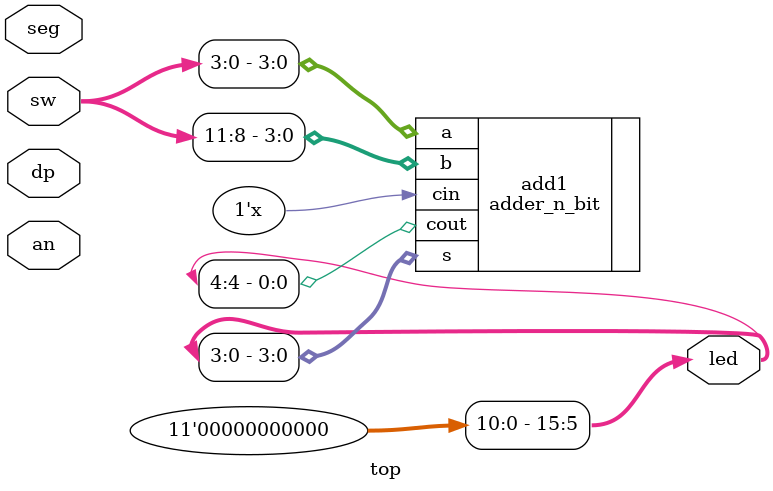
<source format=sv>
`timescale 1ns / 1ps


module top(
    input logic [15:0] sw,
    
    output logic [15:0] led,
    
    //Seven Segment Pins
    input logic [3:0] an,
    input logic [6:0] seg,
    input logic dp
    );
    
    localparam N_BITs = 4;
    localparam A_INDEX = N_BITs - 1;
    localparam B_INDEX = N_BITs + 7;
    
    adder_n_bit #(.N(N_BITs)) add1(.a(sw[A_INDEX:0]), .b(sw[B_INDEX:8]), .cin(sw[16]), .s(led[A_INDEX:0]), .cout(led[N_BITs]));
    assign led[15:N_BITs+1] = '0;
endmodule

</source>
